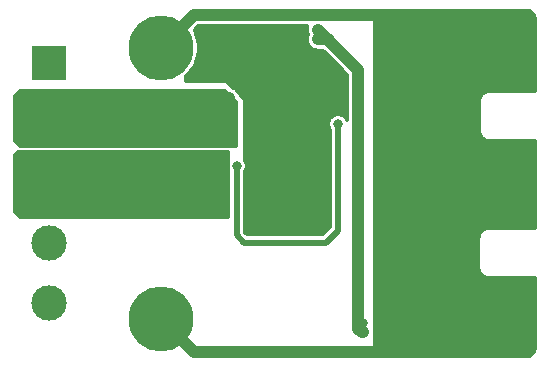
<source format=gbl>
G04 #@! TF.GenerationSoftware,KiCad,Pcbnew,5.1.9-73d0e3b20d~88~ubuntu20.04.1*
G04 #@! TF.CreationDate,2021-08-23T08:34:32+03:00*
G04 #@! TF.ProjectId,multirange_adapter,6d756c74-6972-4616-9e67-655f61646170,rev?*
G04 #@! TF.SameCoordinates,Original*
G04 #@! TF.FileFunction,Copper,L2,Bot*
G04 #@! TF.FilePolarity,Positive*
%FSLAX46Y46*%
G04 Gerber Fmt 4.6, Leading zero omitted, Abs format (unit mm)*
G04 Created by KiCad (PCBNEW 5.1.9-73d0e3b20d~88~ubuntu20.04.1) date 2021-08-23 08:34:32*
%MOMM*%
%LPD*%
G01*
G04 APERTURE LIST*
G04 #@! TA.AperFunction,ComponentPad*
%ADD10C,5.500000*%
G04 #@! TD*
G04 #@! TA.AperFunction,ComponentPad*
%ADD11C,3.000000*%
G04 #@! TD*
G04 #@! TA.AperFunction,ComponentPad*
%ADD12R,3.000000X3.000000*%
G04 #@! TD*
G04 #@! TA.AperFunction,ViaPad*
%ADD13C,0.800000*%
G04 #@! TD*
G04 #@! TA.AperFunction,Conductor*
%ADD14C,1.000000*%
G04 #@! TD*
G04 #@! TA.AperFunction,Conductor*
%ADD15C,0.500000*%
G04 #@! TD*
G04 #@! TA.AperFunction,Conductor*
%ADD16C,0.300000*%
G04 #@! TD*
G04 #@! TA.AperFunction,Conductor*
%ADD17C,0.350000*%
G04 #@! TD*
%ADD18C,0.350000*%
G04 APERTURE END LIST*
D10*
G04 #@! TO.P,H4,1*
G04 #@! TO.N,GND*
X107300000Y-114500000D03*
G04 #@! TD*
G04 #@! TO.P,H3,1*
G04 #@! TO.N,GND*
X107600000Y-91500000D03*
G04 #@! TD*
G04 #@! TO.P,H2,1*
G04 #@! TO.N,GND*
X86000000Y-114500000D03*
G04 #@! TD*
G04 #@! TO.P,H1,1*
G04 #@! TO.N,GND*
X86000000Y-91500000D03*
G04 #@! TD*
D11*
G04 #@! TO.P,J1,5*
G04 #@! TO.N,/I_100mA*
X76500000Y-113120000D03*
G04 #@! TO.P,J1,4*
G04 #@! TO.N,/I_1A*
X76500000Y-108040000D03*
D12*
G04 #@! TO.P,J1,1*
G04 #@! TO.N,/V_IN*
X76500000Y-92800000D03*
D11*
G04 #@! TO.P,J1,3*
G04 #@! TO.N,/I_5A*
X76500000Y-102960000D03*
G04 #@! TO.P,J1,2*
G04 #@! TO.N,/COMMON*
X76500000Y-97880000D03*
G04 #@! TD*
D13*
G04 #@! TO.N,Net-(D1-Pad2)*
X103100000Y-114800000D03*
X103100000Y-115600000D03*
X99300000Y-90000000D03*
X99300000Y-90800000D03*
G04 #@! TO.N,/COMMON*
X90200000Y-95700000D03*
X91000000Y-95700000D03*
X91800000Y-95700000D03*
G04 #@! TO.N,/SENSE-*
X94000000Y-96000000D03*
X96000000Y-96000000D03*
X96000000Y-98000000D03*
X94000000Y-98000000D03*
X94000000Y-100000000D03*
X96000000Y-100000000D03*
X96000000Y-102000000D03*
X94000000Y-102000000D03*
X94000000Y-104000000D03*
X96000000Y-104000000D03*
X94000000Y-106000000D03*
X96000000Y-106000000D03*
X99000000Y-106000000D03*
X99000000Y-104000000D03*
X99000000Y-102000000D03*
X99000000Y-100000000D03*
G04 #@! TO.N,GND*
X111700000Y-95800000D03*
X111700000Y-98800000D03*
X117000000Y-94925000D03*
X117000000Y-99700000D03*
X111700000Y-107400000D03*
X111700000Y-110400000D03*
X117000000Y-106500000D03*
X117000000Y-111300000D03*
X105200000Y-105600000D03*
X105200000Y-101200000D03*
G04 #@! TO.N,/I_5A*
X101000000Y-98000000D03*
X92400000Y-101500000D03*
X90300000Y-101500000D03*
X90300000Y-102300000D03*
X90300000Y-103100000D03*
G04 #@! TD*
D14*
G04 #@! TO.N,Net-(D1-Pad2)*
X103100000Y-115600000D02*
X103000000Y-115600000D01*
X103000000Y-115600000D02*
X102700000Y-115300000D01*
X102700000Y-115300000D02*
X102700000Y-93400000D01*
X100100000Y-90800000D02*
X100500000Y-91200000D01*
X99300000Y-90800000D02*
X100100000Y-90800000D01*
X100500000Y-91200000D02*
X99300000Y-90000000D01*
X102700000Y-93400000D02*
X100500000Y-91200000D01*
D15*
G04 #@! TO.N,GND*
X112600000Y-99700000D02*
X117000000Y-99700000D01*
X111700000Y-98800000D02*
X112600000Y-99700000D01*
D14*
X88749999Y-117249999D02*
X86000000Y-114500000D01*
X104550001Y-117249999D02*
X88749999Y-117249999D01*
X107300000Y-114500000D02*
X104550001Y-117249999D01*
X86000000Y-91500000D02*
X84500000Y-91500000D01*
X88749999Y-88750001D02*
X86000000Y-91500000D01*
X104850001Y-88750001D02*
X88749999Y-88750001D01*
X107600000Y-91500000D02*
X104850001Y-88750001D01*
D15*
G04 #@! TO.N,/I_5A*
X100000000Y-108000000D02*
X93000000Y-108000000D01*
X93000000Y-108000000D02*
X92400000Y-107400000D01*
X101000000Y-98000000D02*
X101000000Y-107000000D01*
X101000000Y-107000000D02*
X100000000Y-108000000D01*
X92400000Y-107400000D02*
X92400000Y-101500000D01*
G04 #@! TD*
D16*
G04 #@! TO.N,GND*
X117121045Y-88388667D02*
X117237483Y-88423821D01*
X117344876Y-88480923D01*
X117439128Y-88557793D01*
X117516657Y-88651508D01*
X117574507Y-88758501D01*
X117610472Y-88874688D01*
X117625000Y-89012904D01*
X117625001Y-94981572D01*
X117625000Y-94981582D01*
X117625000Y-95175000D01*
X113781581Y-95175000D01*
X113765566Y-95176577D01*
X113762523Y-95176556D01*
X113757312Y-95177066D01*
X113660263Y-95187266D01*
X113626919Y-95194111D01*
X113593584Y-95200470D01*
X113588571Y-95201983D01*
X113495352Y-95230839D01*
X113464030Y-95244006D01*
X113432504Y-95256743D01*
X113427881Y-95259201D01*
X113342043Y-95305614D01*
X113313866Y-95324620D01*
X113285427Y-95343230D01*
X113281369Y-95346539D01*
X113206180Y-95408741D01*
X113182187Y-95432903D01*
X113157951Y-95456636D01*
X113154613Y-95460670D01*
X113154610Y-95460673D01*
X113154608Y-95460677D01*
X113092937Y-95536291D01*
X113074144Y-95564576D01*
X113054923Y-95592648D01*
X113052433Y-95597254D01*
X113006621Y-95683415D01*
X112993674Y-95714826D01*
X112980281Y-95746075D01*
X112978733Y-95751077D01*
X112950528Y-95844495D01*
X112943931Y-95877809D01*
X112936859Y-95911083D01*
X112936312Y-95916291D01*
X112926815Y-96013155D01*
X112925000Y-96031582D01*
X112925001Y-98568419D01*
X112926577Y-98584424D01*
X112926556Y-98587477D01*
X112927066Y-98592689D01*
X112937266Y-98689737D01*
X112944111Y-98723081D01*
X112950470Y-98756416D01*
X112951983Y-98761429D01*
X112980838Y-98854648D01*
X112994024Y-98886016D01*
X113006743Y-98917495D01*
X113009201Y-98922119D01*
X113055613Y-99007956D01*
X113074626Y-99036143D01*
X113093230Y-99064573D01*
X113096539Y-99068631D01*
X113158741Y-99143819D01*
X113182831Y-99167741D01*
X113206635Y-99192049D01*
X113210670Y-99195387D01*
X113286291Y-99257063D01*
X113314576Y-99275856D01*
X113342648Y-99295077D01*
X113347254Y-99297567D01*
X113433415Y-99343379D01*
X113464826Y-99356326D01*
X113496075Y-99369719D01*
X113501077Y-99371267D01*
X113594495Y-99399472D01*
X113627824Y-99406072D01*
X113661084Y-99413141D01*
X113666285Y-99413687D01*
X113666288Y-99413688D01*
X113666291Y-99413688D01*
X113762931Y-99423163D01*
X113781581Y-99425000D01*
X117625000Y-99425000D01*
X117625001Y-106775000D01*
X113731581Y-106775000D01*
X113715566Y-106776577D01*
X113712523Y-106776556D01*
X113707312Y-106777066D01*
X113610263Y-106787266D01*
X113576919Y-106794111D01*
X113543584Y-106800470D01*
X113538571Y-106801983D01*
X113445352Y-106830839D01*
X113414030Y-106844006D01*
X113382504Y-106856743D01*
X113377881Y-106859201D01*
X113292043Y-106905614D01*
X113263866Y-106924620D01*
X113235427Y-106943230D01*
X113231369Y-106946539D01*
X113156180Y-107008741D01*
X113132187Y-107032903D01*
X113107951Y-107056636D01*
X113104613Y-107060670D01*
X113104610Y-107060673D01*
X113104608Y-107060677D01*
X113042937Y-107136291D01*
X113024144Y-107164576D01*
X113004923Y-107192648D01*
X113002433Y-107197254D01*
X112956621Y-107283415D01*
X112943674Y-107314826D01*
X112930281Y-107346075D01*
X112928733Y-107351077D01*
X112900528Y-107444495D01*
X112893931Y-107477809D01*
X112886859Y-107511083D01*
X112886312Y-107516291D01*
X112876815Y-107613155D01*
X112875000Y-107631582D01*
X112875001Y-110168419D01*
X112876577Y-110184424D01*
X112876556Y-110187477D01*
X112877066Y-110192689D01*
X112887266Y-110289737D01*
X112894111Y-110323081D01*
X112900470Y-110356416D01*
X112901983Y-110361429D01*
X112930838Y-110454648D01*
X112944024Y-110486016D01*
X112956743Y-110517495D01*
X112959201Y-110522119D01*
X113005613Y-110607956D01*
X113024626Y-110636143D01*
X113043230Y-110664573D01*
X113046539Y-110668631D01*
X113108741Y-110743819D01*
X113132831Y-110767741D01*
X113156635Y-110792049D01*
X113160670Y-110795387D01*
X113236291Y-110857063D01*
X113264576Y-110875856D01*
X113292648Y-110895077D01*
X113297254Y-110897567D01*
X113383415Y-110943379D01*
X113414826Y-110956326D01*
X113446075Y-110969719D01*
X113451077Y-110971267D01*
X113544495Y-110999472D01*
X113577824Y-111006072D01*
X113611084Y-111013141D01*
X113616285Y-111013687D01*
X113616288Y-111013688D01*
X113616291Y-111013688D01*
X113712931Y-111023163D01*
X113731581Y-111025000D01*
X117625000Y-111025000D01*
X117625001Y-116981652D01*
X117611333Y-117121044D01*
X117576178Y-117237485D01*
X117519077Y-117344876D01*
X117442207Y-117439128D01*
X117348488Y-117516659D01*
X117241498Y-117574508D01*
X117125316Y-117610472D01*
X116987096Y-117625000D01*
X104150000Y-117625000D01*
X104150000Y-88375000D01*
X116981662Y-88375000D01*
X117121045Y-88388667D01*
G04 #@! TA.AperFunction,Conductor*
D17*
G36*
X117121045Y-88388667D02*
G01*
X117237483Y-88423821D01*
X117344876Y-88480923D01*
X117439128Y-88557793D01*
X117516657Y-88651508D01*
X117574507Y-88758501D01*
X117610472Y-88874688D01*
X117625000Y-89012904D01*
X117625001Y-94981572D01*
X117625000Y-94981582D01*
X117625000Y-95175000D01*
X113781581Y-95175000D01*
X113765566Y-95176577D01*
X113762523Y-95176556D01*
X113757312Y-95177066D01*
X113660263Y-95187266D01*
X113626919Y-95194111D01*
X113593584Y-95200470D01*
X113588571Y-95201983D01*
X113495352Y-95230839D01*
X113464030Y-95244006D01*
X113432504Y-95256743D01*
X113427881Y-95259201D01*
X113342043Y-95305614D01*
X113313866Y-95324620D01*
X113285427Y-95343230D01*
X113281369Y-95346539D01*
X113206180Y-95408741D01*
X113182187Y-95432903D01*
X113157951Y-95456636D01*
X113154613Y-95460670D01*
X113154610Y-95460673D01*
X113154608Y-95460677D01*
X113092937Y-95536291D01*
X113074144Y-95564576D01*
X113054923Y-95592648D01*
X113052433Y-95597254D01*
X113006621Y-95683415D01*
X112993674Y-95714826D01*
X112980281Y-95746075D01*
X112978733Y-95751077D01*
X112950528Y-95844495D01*
X112943931Y-95877809D01*
X112936859Y-95911083D01*
X112936312Y-95916291D01*
X112926815Y-96013155D01*
X112925000Y-96031582D01*
X112925001Y-98568419D01*
X112926577Y-98584424D01*
X112926556Y-98587477D01*
X112927066Y-98592689D01*
X112937266Y-98689737D01*
X112944111Y-98723081D01*
X112950470Y-98756416D01*
X112951983Y-98761429D01*
X112980838Y-98854648D01*
X112994024Y-98886016D01*
X113006743Y-98917495D01*
X113009201Y-98922119D01*
X113055613Y-99007956D01*
X113074626Y-99036143D01*
X113093230Y-99064573D01*
X113096539Y-99068631D01*
X113158741Y-99143819D01*
X113182831Y-99167741D01*
X113206635Y-99192049D01*
X113210670Y-99195387D01*
X113286291Y-99257063D01*
X113314576Y-99275856D01*
X113342648Y-99295077D01*
X113347254Y-99297567D01*
X113433415Y-99343379D01*
X113464826Y-99356326D01*
X113496075Y-99369719D01*
X113501077Y-99371267D01*
X113594495Y-99399472D01*
X113627824Y-99406072D01*
X113661084Y-99413141D01*
X113666285Y-99413687D01*
X113666288Y-99413688D01*
X113666291Y-99413688D01*
X113762931Y-99423163D01*
X113781581Y-99425000D01*
X117625000Y-99425000D01*
X117625001Y-106775000D01*
X113731581Y-106775000D01*
X113715566Y-106776577D01*
X113712523Y-106776556D01*
X113707312Y-106777066D01*
X113610263Y-106787266D01*
X113576919Y-106794111D01*
X113543584Y-106800470D01*
X113538571Y-106801983D01*
X113445352Y-106830839D01*
X113414030Y-106844006D01*
X113382504Y-106856743D01*
X113377881Y-106859201D01*
X113292043Y-106905614D01*
X113263866Y-106924620D01*
X113235427Y-106943230D01*
X113231369Y-106946539D01*
X113156180Y-107008741D01*
X113132187Y-107032903D01*
X113107951Y-107056636D01*
X113104613Y-107060670D01*
X113104610Y-107060673D01*
X113104608Y-107060677D01*
X113042937Y-107136291D01*
X113024144Y-107164576D01*
X113004923Y-107192648D01*
X113002433Y-107197254D01*
X112956621Y-107283415D01*
X112943674Y-107314826D01*
X112930281Y-107346075D01*
X112928733Y-107351077D01*
X112900528Y-107444495D01*
X112893931Y-107477809D01*
X112886859Y-107511083D01*
X112886312Y-107516291D01*
X112876815Y-107613155D01*
X112875000Y-107631582D01*
X112875001Y-110168419D01*
X112876577Y-110184424D01*
X112876556Y-110187477D01*
X112877066Y-110192689D01*
X112887266Y-110289737D01*
X112894111Y-110323081D01*
X112900470Y-110356416D01*
X112901983Y-110361429D01*
X112930838Y-110454648D01*
X112944024Y-110486016D01*
X112956743Y-110517495D01*
X112959201Y-110522119D01*
X113005613Y-110607956D01*
X113024626Y-110636143D01*
X113043230Y-110664573D01*
X113046539Y-110668631D01*
X113108741Y-110743819D01*
X113132831Y-110767741D01*
X113156635Y-110792049D01*
X113160670Y-110795387D01*
X113236291Y-110857063D01*
X113264576Y-110875856D01*
X113292648Y-110895077D01*
X113297254Y-110897567D01*
X113383415Y-110943379D01*
X113414826Y-110956326D01*
X113446075Y-110969719D01*
X113451077Y-110971267D01*
X113544495Y-110999472D01*
X113577824Y-111006072D01*
X113611084Y-111013141D01*
X113616285Y-111013687D01*
X113616288Y-111013688D01*
X113616291Y-111013688D01*
X113712931Y-111023163D01*
X113731581Y-111025000D01*
X117625000Y-111025000D01*
X117625001Y-116981652D01*
X117611333Y-117121044D01*
X117576178Y-117237485D01*
X117519077Y-117344876D01*
X117442207Y-117439128D01*
X117348488Y-117516659D01*
X117241498Y-117574508D01*
X117125316Y-117610472D01*
X116987096Y-117625000D01*
X104150000Y-117625000D01*
X104150000Y-88375000D01*
X116981662Y-88375000D01*
X117121045Y-88388667D01*
G37*
G04 #@! TD.AperFunction*
G04 #@! TD*
D16*
G04 #@! TO.N,/COMMON*
X92350000Y-96062132D02*
X92350000Y-99850000D01*
X74062132Y-99850000D01*
X73650000Y-99437868D01*
X73650000Y-95562132D01*
X74062132Y-95150000D01*
X91437868Y-95150000D01*
X92350000Y-96062132D01*
G04 #@! TA.AperFunction,Conductor*
D17*
G36*
X92350000Y-96062132D02*
G01*
X92350000Y-99850000D01*
X74062132Y-99850000D01*
X73650000Y-99437868D01*
X73650000Y-95562132D01*
X74062132Y-95150000D01*
X91437868Y-95150000D01*
X92350000Y-96062132D01*
G37*
G04 #@! TD.AperFunction*
G04 #@! TD*
D16*
G04 #@! TO.N,/I_5A*
X73931718Y-100343275D02*
X74000000Y-100350000D01*
X91650000Y-100350000D01*
X91650000Y-105850000D01*
X74062132Y-105850000D01*
X73650000Y-105437868D01*
X73650000Y-100562132D01*
X73883488Y-100328644D01*
X73931718Y-100343275D01*
G04 #@! TA.AperFunction,Conductor*
D17*
G36*
X73931718Y-100343275D02*
G01*
X74000000Y-100350000D01*
X91650000Y-100350000D01*
X91650000Y-105850000D01*
X74062132Y-105850000D01*
X73650000Y-105437868D01*
X73650000Y-100562132D01*
X73883488Y-100328644D01*
X73931718Y-100343275D01*
G37*
G04 #@! TD.AperFunction*
G04 #@! TD*
D16*
G04 #@! TO.N,/SENSE-*
X98363747Y-89813768D02*
X98345405Y-90000000D01*
X98363747Y-90186232D01*
X98418069Y-90365308D01*
X98436612Y-90399999D01*
X98418068Y-90434692D01*
X98363746Y-90613768D01*
X98345404Y-90800000D01*
X98363746Y-90986232D01*
X98418068Y-91165308D01*
X98506282Y-91330345D01*
X98624999Y-91475001D01*
X98769655Y-91593718D01*
X98934692Y-91681932D01*
X99113768Y-91736254D01*
X99253335Y-91750000D01*
X99706497Y-91750000D01*
X99861245Y-91904748D01*
X99861250Y-91904752D01*
X101750001Y-93793504D01*
X101750001Y-97592496D01*
X101660238Y-97458156D01*
X101541844Y-97339762D01*
X101402626Y-97246740D01*
X101247936Y-97182665D01*
X101083718Y-97150000D01*
X100916282Y-97150000D01*
X100752064Y-97182665D01*
X100597374Y-97246740D01*
X100458156Y-97339762D01*
X100339762Y-97458156D01*
X100246740Y-97597374D01*
X100182665Y-97752064D01*
X100150000Y-97916282D01*
X100150000Y-98083718D01*
X100182665Y-98247936D01*
X100246740Y-98402626D01*
X100300000Y-98482336D01*
X100300001Y-106710049D01*
X99710051Y-107300000D01*
X93289950Y-107300000D01*
X93150000Y-107160051D01*
X93150000Y-101907505D01*
X93153260Y-101902626D01*
X93217335Y-101747936D01*
X93250000Y-101583718D01*
X93250000Y-101416282D01*
X93217335Y-101252064D01*
X93153260Y-101097374D01*
X93150000Y-101092495D01*
X93150000Y-96000000D01*
X93147118Y-95970736D01*
X93138582Y-95942597D01*
X93124720Y-95916664D01*
X93106066Y-95893934D01*
X92584199Y-95372067D01*
X92553260Y-95297374D01*
X92460238Y-95158156D01*
X92341844Y-95039762D01*
X92202626Y-94946740D01*
X92127933Y-94915801D01*
X91606066Y-94393934D01*
X91583336Y-94375280D01*
X91557403Y-94361418D01*
X91529264Y-94352882D01*
X91500000Y-94350000D01*
X88150000Y-94350000D01*
X88150000Y-93875483D01*
X88485602Y-93539881D01*
X88835803Y-93015768D01*
X89077025Y-92433405D01*
X89200000Y-91815172D01*
X89200000Y-91184828D01*
X89077025Y-90566595D01*
X88842677Y-90000826D01*
X89143502Y-89700001D01*
X98398258Y-89700001D01*
X98363747Y-89813768D01*
G04 #@! TA.AperFunction,Conductor*
D17*
G36*
X98363747Y-89813768D02*
G01*
X98345405Y-90000000D01*
X98363747Y-90186232D01*
X98418069Y-90365308D01*
X98436612Y-90399999D01*
X98418068Y-90434692D01*
X98363746Y-90613768D01*
X98345404Y-90800000D01*
X98363746Y-90986232D01*
X98418068Y-91165308D01*
X98506282Y-91330345D01*
X98624999Y-91475001D01*
X98769655Y-91593718D01*
X98934692Y-91681932D01*
X99113768Y-91736254D01*
X99253335Y-91750000D01*
X99706497Y-91750000D01*
X99861245Y-91904748D01*
X99861250Y-91904752D01*
X101750001Y-93793504D01*
X101750001Y-97592496D01*
X101660238Y-97458156D01*
X101541844Y-97339762D01*
X101402626Y-97246740D01*
X101247936Y-97182665D01*
X101083718Y-97150000D01*
X100916282Y-97150000D01*
X100752064Y-97182665D01*
X100597374Y-97246740D01*
X100458156Y-97339762D01*
X100339762Y-97458156D01*
X100246740Y-97597374D01*
X100182665Y-97752064D01*
X100150000Y-97916282D01*
X100150000Y-98083718D01*
X100182665Y-98247936D01*
X100246740Y-98402626D01*
X100300000Y-98482336D01*
X100300001Y-106710049D01*
X99710051Y-107300000D01*
X93289950Y-107300000D01*
X93150000Y-107160051D01*
X93150000Y-101907505D01*
X93153260Y-101902626D01*
X93217335Y-101747936D01*
X93250000Y-101583718D01*
X93250000Y-101416282D01*
X93217335Y-101252064D01*
X93153260Y-101097374D01*
X93150000Y-101092495D01*
X93150000Y-96000000D01*
X93147118Y-95970736D01*
X93138582Y-95942597D01*
X93124720Y-95916664D01*
X93106066Y-95893934D01*
X92584199Y-95372067D01*
X92553260Y-95297374D01*
X92460238Y-95158156D01*
X92341844Y-95039762D01*
X92202626Y-94946740D01*
X92127933Y-94915801D01*
X91606066Y-94393934D01*
X91583336Y-94375280D01*
X91557403Y-94361418D01*
X91529264Y-94352882D01*
X91500000Y-94350000D01*
X88150000Y-94350000D01*
X88150000Y-93875483D01*
X88485602Y-93539881D01*
X88835803Y-93015768D01*
X89077025Y-92433405D01*
X89200000Y-91815172D01*
X89200000Y-91184828D01*
X89077025Y-90566595D01*
X88842677Y-90000826D01*
X89143502Y-89700001D01*
X98398258Y-89700001D01*
X98363747Y-89813768D01*
G37*
G04 #@! TD.AperFunction*
G04 #@! TD*
D18*
X103100000Y-114800000D03*
X103100000Y-115600000D03*
X99300000Y-90000000D03*
X99300000Y-90800000D03*
X90200000Y-95700000D03*
X91000000Y-95700000D03*
X91800000Y-95700000D03*
X94000000Y-96000000D03*
X96000000Y-96000000D03*
X96000000Y-98000000D03*
X94000000Y-98000000D03*
X94000000Y-100000000D03*
X96000000Y-100000000D03*
X96000000Y-102000000D03*
X94000000Y-102000000D03*
X94000000Y-104000000D03*
X96000000Y-104000000D03*
X94000000Y-106000000D03*
X96000000Y-106000000D03*
X99000000Y-106000000D03*
X99000000Y-104000000D03*
X99000000Y-102000000D03*
X99000000Y-100000000D03*
X111700000Y-95800000D03*
X111700000Y-98800000D03*
X117000000Y-94925000D03*
X117000000Y-99700000D03*
X111700000Y-107400000D03*
X111700000Y-110400000D03*
X117000000Y-106500000D03*
X117000000Y-111300000D03*
X105200000Y-105600000D03*
X105200000Y-101200000D03*
X101000000Y-98000000D03*
X92400000Y-101500000D03*
X90300000Y-101500000D03*
X90300000Y-102300000D03*
X90300000Y-103100000D03*
X107300000Y-114500000D03*
X107600000Y-91500000D03*
X86000000Y-114500000D03*
X86000000Y-91500000D03*
X76500000Y-113120000D03*
X76500000Y-108040000D03*
X76500000Y-92800000D03*
X76500000Y-102960000D03*
X76500000Y-97880000D03*
M02*

</source>
